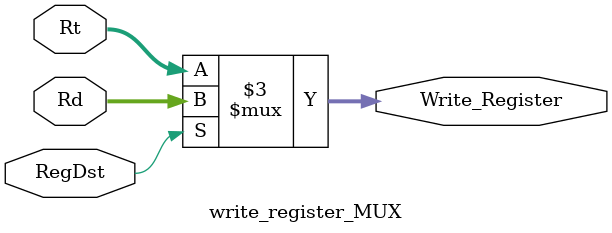
<source format=v>
`timescale 1ns / 1ps


module write_register_MUX(input [4:0] Rt, input [4:0] Rd, input RegDst, output reg [4:0] Write_Register);

always@(*)
begin
    if(RegDst)
        Write_Register <= Rd;
    else
        Write_Register <= Rt;
end
endmodule

</source>
